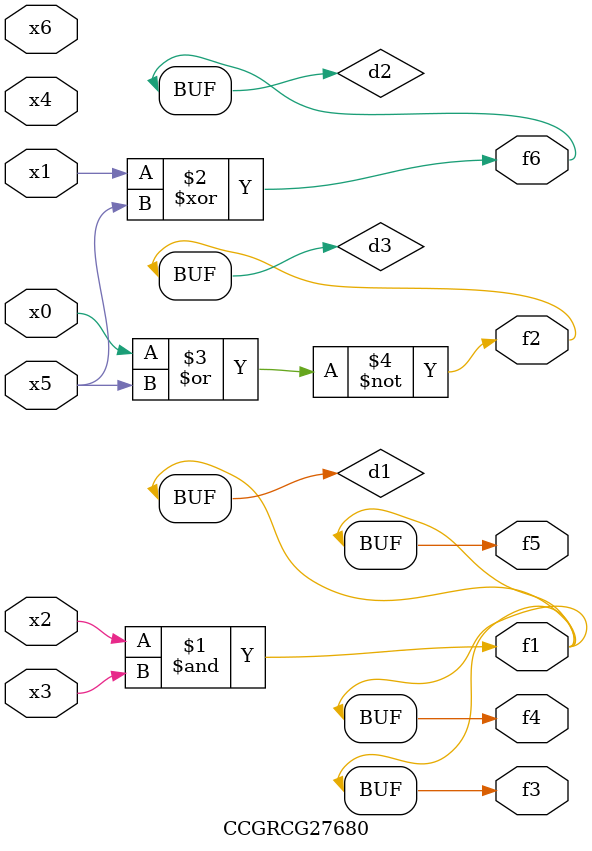
<source format=v>
module CCGRCG27680(
	input x0, x1, x2, x3, x4, x5, x6,
	output f1, f2, f3, f4, f5, f6
);

	wire d1, d2, d3;

	and (d1, x2, x3);
	xor (d2, x1, x5);
	nor (d3, x0, x5);
	assign f1 = d1;
	assign f2 = d3;
	assign f3 = d1;
	assign f4 = d1;
	assign f5 = d1;
	assign f6 = d2;
endmodule

</source>
